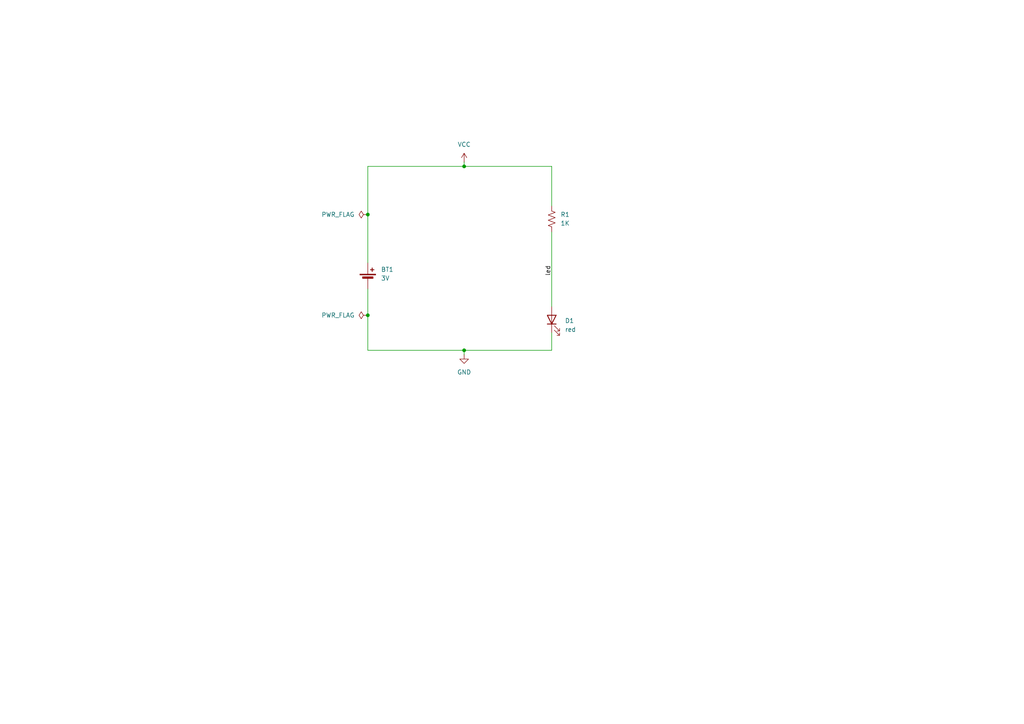
<source format=kicad_sch>
(kicad_sch
	(version 20231120)
	(generator "eeschema")
	(generator_version "8.0")
	(uuid "79fea610-35cf-4c04-8af8-948f9b02c242")
	(paper "A4")
	(title_block
		(title "First schematic in KiCad 8.0")
		(date "2024-10-15")
		(rev "0")
	)
	(lib_symbols
		(symbol "Device:Battery_Cell"
			(pin_numbers hide)
			(pin_names
				(offset 0) hide)
			(exclude_from_sim no)
			(in_bom yes)
			(on_board yes)
			(property "Reference" "BT"
				(at 2.54 2.54 0)
				(effects
					(font
						(size 1.27 1.27)
					)
					(justify left)
				)
			)
			(property "Value" "Battery_Cell"
				(at 2.54 0 0)
				(effects
					(font
						(size 1.27 1.27)
					)
					(justify left)
				)
			)
			(property "Footprint" ""
				(at 0 1.524 90)
				(effects
					(font
						(size 1.27 1.27)
					)
					(hide yes)
				)
			)
			(property "Datasheet" "~"
				(at 0 1.524 90)
				(effects
					(font
						(size 1.27 1.27)
					)
					(hide yes)
				)
			)
			(property "Description" "Single-cell battery"
				(at 0 0 0)
				(effects
					(font
						(size 1.27 1.27)
					)
					(hide yes)
				)
			)
			(property "ki_keywords" "battery cell"
				(at 0 0 0)
				(effects
					(font
						(size 1.27 1.27)
					)
					(hide yes)
				)
			)
			(symbol "Battery_Cell_0_1"
				(rectangle
					(start -2.286 1.778)
					(end 2.286 1.524)
					(stroke
						(width 0)
						(type default)
					)
					(fill
						(type outline)
					)
				)
				(rectangle
					(start -1.524 1.016)
					(end 1.524 0.508)
					(stroke
						(width 0)
						(type default)
					)
					(fill
						(type outline)
					)
				)
				(polyline
					(pts
						(xy 0 0.762) (xy 0 0)
					)
					(stroke
						(width 0)
						(type default)
					)
					(fill
						(type none)
					)
				)
				(polyline
					(pts
						(xy 0 1.778) (xy 0 2.54)
					)
					(stroke
						(width 0)
						(type default)
					)
					(fill
						(type none)
					)
				)
				(polyline
					(pts
						(xy 0.762 3.048) (xy 1.778 3.048)
					)
					(stroke
						(width 0.254)
						(type default)
					)
					(fill
						(type none)
					)
				)
				(polyline
					(pts
						(xy 1.27 3.556) (xy 1.27 2.54)
					)
					(stroke
						(width 0.254)
						(type default)
					)
					(fill
						(type none)
					)
				)
			)
			(symbol "Battery_Cell_1_1"
				(pin passive line
					(at 0 5.08 270)
					(length 2.54)
					(name "+"
						(effects
							(font
								(size 1.27 1.27)
							)
						)
					)
					(number "1"
						(effects
							(font
								(size 1.27 1.27)
							)
						)
					)
				)
				(pin passive line
					(at 0 -2.54 90)
					(length 2.54)
					(name "-"
						(effects
							(font
								(size 1.27 1.27)
							)
						)
					)
					(number "2"
						(effects
							(font
								(size 1.27 1.27)
							)
						)
					)
				)
			)
		)
		(symbol "Device:LED"
			(pin_numbers hide)
			(pin_names
				(offset 1.016) hide)
			(exclude_from_sim no)
			(in_bom yes)
			(on_board yes)
			(property "Reference" "D"
				(at 0 2.54 0)
				(effects
					(font
						(size 1.27 1.27)
					)
				)
			)
			(property "Value" "LED"
				(at 0 -2.54 0)
				(effects
					(font
						(size 1.27 1.27)
					)
				)
			)
			(property "Footprint" ""
				(at 0 0 0)
				(effects
					(font
						(size 1.27 1.27)
					)
					(hide yes)
				)
			)
			(property "Datasheet" "~"
				(at 0 0 0)
				(effects
					(font
						(size 1.27 1.27)
					)
					(hide yes)
				)
			)
			(property "Description" "Light emitting diode"
				(at 0 0 0)
				(effects
					(font
						(size 1.27 1.27)
					)
					(hide yes)
				)
			)
			(property "ki_keywords" "LED diode"
				(at 0 0 0)
				(effects
					(font
						(size 1.27 1.27)
					)
					(hide yes)
				)
			)
			(property "ki_fp_filters" "LED* LED_SMD:* LED_THT:*"
				(at 0 0 0)
				(effects
					(font
						(size 1.27 1.27)
					)
					(hide yes)
				)
			)
			(symbol "LED_0_1"
				(polyline
					(pts
						(xy -1.27 -1.27) (xy -1.27 1.27)
					)
					(stroke
						(width 0.254)
						(type default)
					)
					(fill
						(type none)
					)
				)
				(polyline
					(pts
						(xy -1.27 0) (xy 1.27 0)
					)
					(stroke
						(width 0)
						(type default)
					)
					(fill
						(type none)
					)
				)
				(polyline
					(pts
						(xy 1.27 -1.27) (xy 1.27 1.27) (xy -1.27 0) (xy 1.27 -1.27)
					)
					(stroke
						(width 0.254)
						(type default)
					)
					(fill
						(type none)
					)
				)
				(polyline
					(pts
						(xy -3.048 -0.762) (xy -4.572 -2.286) (xy -3.81 -2.286) (xy -4.572 -2.286) (xy -4.572 -1.524)
					)
					(stroke
						(width 0)
						(type default)
					)
					(fill
						(type none)
					)
				)
				(polyline
					(pts
						(xy -1.778 -0.762) (xy -3.302 -2.286) (xy -2.54 -2.286) (xy -3.302 -2.286) (xy -3.302 -1.524)
					)
					(stroke
						(width 0)
						(type default)
					)
					(fill
						(type none)
					)
				)
			)
			(symbol "LED_1_1"
				(pin passive line
					(at -3.81 0 0)
					(length 2.54)
					(name "K"
						(effects
							(font
								(size 1.27 1.27)
							)
						)
					)
					(number "1"
						(effects
							(font
								(size 1.27 1.27)
							)
						)
					)
				)
				(pin passive line
					(at 3.81 0 180)
					(length 2.54)
					(name "A"
						(effects
							(font
								(size 1.27 1.27)
							)
						)
					)
					(number "2"
						(effects
							(font
								(size 1.27 1.27)
							)
						)
					)
				)
			)
		)
		(symbol "Device:R_US"
			(pin_numbers hide)
			(pin_names
				(offset 0)
			)
			(exclude_from_sim no)
			(in_bom yes)
			(on_board yes)
			(property "Reference" "R"
				(at 2.54 0 90)
				(effects
					(font
						(size 1.27 1.27)
					)
				)
			)
			(property "Value" "R_US"
				(at -2.54 0 90)
				(effects
					(font
						(size 1.27 1.27)
					)
				)
			)
			(property "Footprint" ""
				(at 1.016 -0.254 90)
				(effects
					(font
						(size 1.27 1.27)
					)
					(hide yes)
				)
			)
			(property "Datasheet" "~"
				(at 0 0 0)
				(effects
					(font
						(size 1.27 1.27)
					)
					(hide yes)
				)
			)
			(property "Description" "Resistor, US symbol"
				(at 0 0 0)
				(effects
					(font
						(size 1.27 1.27)
					)
					(hide yes)
				)
			)
			(property "ki_keywords" "R res resistor"
				(at 0 0 0)
				(effects
					(font
						(size 1.27 1.27)
					)
					(hide yes)
				)
			)
			(property "ki_fp_filters" "R_*"
				(at 0 0 0)
				(effects
					(font
						(size 1.27 1.27)
					)
					(hide yes)
				)
			)
			(symbol "R_US_0_1"
				(polyline
					(pts
						(xy 0 -2.286) (xy 0 -2.54)
					)
					(stroke
						(width 0)
						(type default)
					)
					(fill
						(type none)
					)
				)
				(polyline
					(pts
						(xy 0 2.286) (xy 0 2.54)
					)
					(stroke
						(width 0)
						(type default)
					)
					(fill
						(type none)
					)
				)
				(polyline
					(pts
						(xy 0 -0.762) (xy 1.016 -1.143) (xy 0 -1.524) (xy -1.016 -1.905) (xy 0 -2.286)
					)
					(stroke
						(width 0)
						(type default)
					)
					(fill
						(type none)
					)
				)
				(polyline
					(pts
						(xy 0 0.762) (xy 1.016 0.381) (xy 0 0) (xy -1.016 -0.381) (xy 0 -0.762)
					)
					(stroke
						(width 0)
						(type default)
					)
					(fill
						(type none)
					)
				)
				(polyline
					(pts
						(xy 0 2.286) (xy 1.016 1.905) (xy 0 1.524) (xy -1.016 1.143) (xy 0 0.762)
					)
					(stroke
						(width 0)
						(type default)
					)
					(fill
						(type none)
					)
				)
			)
			(symbol "R_US_1_1"
				(pin passive line
					(at 0 3.81 270)
					(length 1.27)
					(name "~"
						(effects
							(font
								(size 1.27 1.27)
							)
						)
					)
					(number "1"
						(effects
							(font
								(size 1.27 1.27)
							)
						)
					)
				)
				(pin passive line
					(at 0 -3.81 90)
					(length 1.27)
					(name "~"
						(effects
							(font
								(size 1.27 1.27)
							)
						)
					)
					(number "2"
						(effects
							(font
								(size 1.27 1.27)
							)
						)
					)
				)
			)
		)
		(symbol "power:GND"
			(power)
			(pin_numbers hide)
			(pin_names
				(offset 0) hide)
			(exclude_from_sim no)
			(in_bom yes)
			(on_board yes)
			(property "Reference" "#PWR"
				(at 0 -6.35 0)
				(effects
					(font
						(size 1.27 1.27)
					)
					(hide yes)
				)
			)
			(property "Value" "GND"
				(at 0 -3.81 0)
				(effects
					(font
						(size 1.27 1.27)
					)
				)
			)
			(property "Footprint" ""
				(at 0 0 0)
				(effects
					(font
						(size 1.27 1.27)
					)
					(hide yes)
				)
			)
			(property "Datasheet" ""
				(at 0 0 0)
				(effects
					(font
						(size 1.27 1.27)
					)
					(hide yes)
				)
			)
			(property "Description" "Power symbol creates a global label with name \"GND\" , ground"
				(at 0 0 0)
				(effects
					(font
						(size 1.27 1.27)
					)
					(hide yes)
				)
			)
			(property "ki_keywords" "global power"
				(at 0 0 0)
				(effects
					(font
						(size 1.27 1.27)
					)
					(hide yes)
				)
			)
			(symbol "GND_0_1"
				(polyline
					(pts
						(xy 0 0) (xy 0 -1.27) (xy 1.27 -1.27) (xy 0 -2.54) (xy -1.27 -1.27) (xy 0 -1.27)
					)
					(stroke
						(width 0)
						(type default)
					)
					(fill
						(type none)
					)
				)
			)
			(symbol "GND_1_1"
				(pin power_in line
					(at 0 0 270)
					(length 0)
					(name "~"
						(effects
							(font
								(size 1.27 1.27)
							)
						)
					)
					(number "1"
						(effects
							(font
								(size 1.27 1.27)
							)
						)
					)
				)
			)
		)
		(symbol "power:PWR_FLAG"
			(power)
			(pin_numbers hide)
			(pin_names
				(offset 0) hide)
			(exclude_from_sim no)
			(in_bom yes)
			(on_board yes)
			(property "Reference" "#FLG"
				(at 0 1.905 0)
				(effects
					(font
						(size 1.27 1.27)
					)
					(hide yes)
				)
			)
			(property "Value" "PWR_FLAG"
				(at 0 3.81 0)
				(effects
					(font
						(size 1.27 1.27)
					)
				)
			)
			(property "Footprint" ""
				(at 0 0 0)
				(effects
					(font
						(size 1.27 1.27)
					)
					(hide yes)
				)
			)
			(property "Datasheet" "~"
				(at 0 0 0)
				(effects
					(font
						(size 1.27 1.27)
					)
					(hide yes)
				)
			)
			(property "Description" "Special symbol for telling ERC where power comes from"
				(at 0 0 0)
				(effects
					(font
						(size 1.27 1.27)
					)
					(hide yes)
				)
			)
			(property "ki_keywords" "flag power"
				(at 0 0 0)
				(effects
					(font
						(size 1.27 1.27)
					)
					(hide yes)
				)
			)
			(symbol "PWR_FLAG_0_0"
				(pin power_out line
					(at 0 0 90)
					(length 0)
					(name "~"
						(effects
							(font
								(size 1.27 1.27)
							)
						)
					)
					(number "1"
						(effects
							(font
								(size 1.27 1.27)
							)
						)
					)
				)
			)
			(symbol "PWR_FLAG_0_1"
				(polyline
					(pts
						(xy 0 0) (xy 0 1.27) (xy -1.016 1.905) (xy 0 2.54) (xy 1.016 1.905) (xy 0 1.27)
					)
					(stroke
						(width 0)
						(type default)
					)
					(fill
						(type none)
					)
				)
			)
		)
		(symbol "power:VCC"
			(power)
			(pin_numbers hide)
			(pin_names
				(offset 0) hide)
			(exclude_from_sim no)
			(in_bom yes)
			(on_board yes)
			(property "Reference" "#PWR"
				(at 0 -3.81 0)
				(effects
					(font
						(size 1.27 1.27)
					)
					(hide yes)
				)
			)
			(property "Value" "VCC"
				(at 0 3.556 0)
				(effects
					(font
						(size 1.27 1.27)
					)
				)
			)
			(property "Footprint" ""
				(at 0 0 0)
				(effects
					(font
						(size 1.27 1.27)
					)
					(hide yes)
				)
			)
			(property "Datasheet" ""
				(at 0 0 0)
				(effects
					(font
						(size 1.27 1.27)
					)
					(hide yes)
				)
			)
			(property "Description" "Power symbol creates a global label with name \"VCC\""
				(at 0 0 0)
				(effects
					(font
						(size 1.27 1.27)
					)
					(hide yes)
				)
			)
			(property "ki_keywords" "global power"
				(at 0 0 0)
				(effects
					(font
						(size 1.27 1.27)
					)
					(hide yes)
				)
			)
			(symbol "VCC_0_1"
				(polyline
					(pts
						(xy -0.762 1.27) (xy 0 2.54)
					)
					(stroke
						(width 0)
						(type default)
					)
					(fill
						(type none)
					)
				)
				(polyline
					(pts
						(xy 0 0) (xy 0 2.54)
					)
					(stroke
						(width 0)
						(type default)
					)
					(fill
						(type none)
					)
				)
				(polyline
					(pts
						(xy 0 2.54) (xy 0.762 1.27)
					)
					(stroke
						(width 0)
						(type default)
					)
					(fill
						(type none)
					)
				)
			)
			(symbol "VCC_1_1"
				(pin power_in line
					(at 0 0 90)
					(length 0)
					(name "~"
						(effects
							(font
								(size 1.27 1.27)
							)
						)
					)
					(number "1"
						(effects
							(font
								(size 1.27 1.27)
							)
						)
					)
				)
			)
		)
	)
	(junction
		(at 134.62 48.26)
		(diameter 0)
		(color 0 0 0 0)
		(uuid "16f0ee9e-2f2c-4f32-9b36-b98c9786f16f")
	)
	(junction
		(at 106.68 91.44)
		(diameter 0)
		(color 0 0 0 0)
		(uuid "aa7d48c6-c910-4460-8814-67b30b8a2818")
	)
	(junction
		(at 106.68 62.23)
		(diameter 0)
		(color 0 0 0 0)
		(uuid "e64faa81-ead0-4fab-b2f8-942c36845dc0")
	)
	(junction
		(at 134.62 101.6)
		(diameter 0)
		(color 0 0 0 0)
		(uuid "e688a2c6-2ba7-413b-b7ec-214b880c682c")
	)
	(wire
		(pts
			(xy 160.02 96.52) (xy 160.02 101.6)
		)
		(stroke
			(width 0)
			(type default)
		)
		(uuid "1c81c582-663d-4f08-8df7-990c2b5475af")
	)
	(wire
		(pts
			(xy 106.68 62.23) (xy 106.68 48.26)
		)
		(stroke
			(width 0)
			(type default)
		)
		(uuid "6a5273b9-e59e-4cc6-95cd-f0277de383bc")
	)
	(wire
		(pts
			(xy 134.62 101.6) (xy 106.68 101.6)
		)
		(stroke
			(width 0)
			(type default)
		)
		(uuid "77c8cfd4-f82a-4d9f-8919-9b8c0cabebd2")
	)
	(wire
		(pts
			(xy 106.68 91.44) (xy 106.68 83.82)
		)
		(stroke
			(width 0)
			(type default)
		)
		(uuid "83080a08-388f-4fdf-a0d7-8b801401b606")
	)
	(wire
		(pts
			(xy 160.02 101.6) (xy 134.62 101.6)
		)
		(stroke
			(width 0)
			(type default)
		)
		(uuid "98ccb7a5-7108-4278-a3f4-3a1ab39a8020")
	)
	(wire
		(pts
			(xy 106.68 48.26) (xy 134.62 48.26)
		)
		(stroke
			(width 0)
			(type default)
		)
		(uuid "9efefdf6-fed9-4b71-b2f5-09413107a013")
	)
	(wire
		(pts
			(xy 106.68 101.6) (xy 106.68 91.44)
		)
		(stroke
			(width 0)
			(type default)
		)
		(uuid "a68a8ae3-56ff-436d-9753-b07e0a315c46")
	)
	(wire
		(pts
			(xy 106.68 76.2) (xy 106.68 62.23)
		)
		(stroke
			(width 0)
			(type default)
		)
		(uuid "c265f7ec-054a-4e83-b025-625fa598e784")
	)
	(wire
		(pts
			(xy 134.62 48.26) (xy 134.62 46.99)
		)
		(stroke
			(width 0)
			(type default)
		)
		(uuid "c3c3b6d4-c124-4c72-888d-13b19676548d")
	)
	(wire
		(pts
			(xy 134.62 101.6) (xy 134.62 102.87)
		)
		(stroke
			(width 0)
			(type default)
		)
		(uuid "d2f6c25c-03d5-4cb1-91f7-880a63f08c66")
	)
	(wire
		(pts
			(xy 160.02 67.31) (xy 160.02 88.9)
		)
		(stroke
			(width 0)
			(type default)
		)
		(uuid "dda5260a-601e-4130-811c-fe6583ba8da8")
	)
	(wire
		(pts
			(xy 134.62 48.26) (xy 160.02 48.26)
		)
		(stroke
			(width 0)
			(type default)
		)
		(uuid "e756114b-7b48-4a43-b800-a2438bf40aca")
	)
	(wire
		(pts
			(xy 160.02 48.26) (xy 160.02 59.69)
		)
		(stroke
			(width 0)
			(type default)
		)
		(uuid "edc1399d-a432-47c9-86cc-7bb554e7df08")
	)
	(label "led"
		(at 160.02 80.01 90)
		(fields_autoplaced yes)
		(effects
			(font
				(size 1.27 1.27)
			)
			(justify left bottom)
		)
		(uuid "416dd75f-0542-4c79-8eaa-1b06c3e4a898")
	)
	(symbol
		(lib_id "power:PWR_FLAG")
		(at 106.68 91.44 90)
		(unit 1)
		(exclude_from_sim no)
		(in_bom yes)
		(on_board yes)
		(dnp no)
		(fields_autoplaced yes)
		(uuid "1b932e40-017d-43c1-a3f8-309713daa25c")
		(property "Reference" "#FLG02"
			(at 104.775 91.44 0)
			(effects
				(font
					(size 1.27 1.27)
				)
				(hide yes)
			)
		)
		(property "Value" "PWR_FLAG"
			(at 102.87 91.4399 90)
			(effects
				(font
					(size 1.27 1.27)
				)
				(justify left)
			)
		)
		(property "Footprint" ""
			(at 106.68 91.44 0)
			(effects
				(font
					(size 1.27 1.27)
				)
				(hide yes)
			)
		)
		(property "Datasheet" "~"
			(at 106.68 91.44 0)
			(effects
				(font
					(size 1.27 1.27)
				)
				(hide yes)
			)
		)
		(property "Description" "Special symbol for telling ERC where power comes from"
			(at 106.68 91.44 0)
			(effects
				(font
					(size 1.27 1.27)
				)
				(hide yes)
			)
		)
		(pin "1"
			(uuid "4d456d56-86bc-43d2-beeb-c2197e8eb2ae")
		)
		(instances
			(project "kicad-tutorial"
				(path "/79fea610-35cf-4c04-8af8-948f9b02c242"
					(reference "#FLG02")
					(unit 1)
				)
			)
		)
	)
	(symbol
		(lib_id "Device:Battery_Cell")
		(at 106.68 81.28 0)
		(unit 1)
		(exclude_from_sim no)
		(in_bom yes)
		(on_board yes)
		(dnp no)
		(fields_autoplaced yes)
		(uuid "71ad89b9-f10e-4b4a-8b32-b989384c2de3")
		(property "Reference" "BT1"
			(at 110.49 78.1684 0)
			(effects
				(font
					(size 1.27 1.27)
				)
				(justify left)
			)
		)
		(property "Value" "3V"
			(at 110.49 80.7084 0)
			(effects
				(font
					(size 1.27 1.27)
				)
				(justify left)
			)
		)
		(property "Footprint" "Battery:BatteryHolder_Keystone_1058_1x2032"
			(at 106.68 79.756 90)
			(effects
				(font
					(size 1.27 1.27)
				)
				(hide yes)
			)
		)
		(property "Datasheet" "~"
			(at 106.68 79.756 90)
			(effects
				(font
					(size 1.27 1.27)
				)
				(hide yes)
			)
		)
		(property "Description" "Single-cell battery"
			(at 106.68 81.28 0)
			(effects
				(font
					(size 1.27 1.27)
				)
				(hide yes)
			)
		)
		(pin "1"
			(uuid "8b614e38-7506-40bd-8848-7704262cb874")
		)
		(pin "2"
			(uuid "b0078752-1200-41a7-8ee3-0539b979427c")
		)
		(instances
			(project ""
				(path "/79fea610-35cf-4c04-8af8-948f9b02c242"
					(reference "BT1")
					(unit 1)
				)
			)
		)
	)
	(symbol
		(lib_id "Device:R_US")
		(at 160.02 63.5 0)
		(unit 1)
		(exclude_from_sim no)
		(in_bom yes)
		(on_board yes)
		(dnp no)
		(fields_autoplaced yes)
		(uuid "7a1c5316-746f-431b-8167-66c00133e35d")
		(property "Reference" "R1"
			(at 162.56 62.2299 0)
			(effects
				(font
					(size 1.27 1.27)
				)
				(justify left)
			)
		)
		(property "Value" "1K"
			(at 162.56 64.7699 0)
			(effects
				(font
					(size 1.27 1.27)
				)
				(justify left)
			)
		)
		(property "Footprint" "Resistor_THT:R_Axial_DIN0309_L9.0mm_D3.2mm_P12.70mm_Horizontal"
			(at 161.036 63.754 90)
			(effects
				(font
					(size 1.27 1.27)
				)
				(hide yes)
			)
		)
		(property "Datasheet" "~"
			(at 160.02 63.5 0)
			(effects
				(font
					(size 1.27 1.27)
				)
				(hide yes)
			)
		)
		(property "Description" "Resistor, US symbol"
			(at 160.02 63.5 0)
			(effects
				(font
					(size 1.27 1.27)
				)
				(hide yes)
			)
		)
		(pin "2"
			(uuid "19967e07-38dc-483d-a196-82a855fca220")
		)
		(pin "1"
			(uuid "1601ff9d-f692-4593-8f48-7b811a3bfff7")
		)
		(instances
			(project ""
				(path "/79fea610-35cf-4c04-8af8-948f9b02c242"
					(reference "R1")
					(unit 1)
				)
			)
		)
	)
	(symbol
		(lib_id "power:PWR_FLAG")
		(at 106.68 62.23 90)
		(unit 1)
		(exclude_from_sim no)
		(in_bom yes)
		(on_board yes)
		(dnp no)
		(fields_autoplaced yes)
		(uuid "8f4e7a11-6822-415e-a214-4add52e88186")
		(property "Reference" "#FLG01"
			(at 104.775 62.23 0)
			(effects
				(font
					(size 1.27 1.27)
				)
				(hide yes)
			)
		)
		(property "Value" "PWR_FLAG"
			(at 102.87 62.2299 90)
			(effects
				(font
					(size 1.27 1.27)
				)
				(justify left)
			)
		)
		(property "Footprint" ""
			(at 106.68 62.23 0)
			(effects
				(font
					(size 1.27 1.27)
				)
				(hide yes)
			)
		)
		(property "Datasheet" "~"
			(at 106.68 62.23 0)
			(effects
				(font
					(size 1.27 1.27)
				)
				(hide yes)
			)
		)
		(property "Description" "Special symbol for telling ERC where power comes from"
			(at 106.68 62.23 0)
			(effects
				(font
					(size 1.27 1.27)
				)
				(hide yes)
			)
		)
		(pin "1"
			(uuid "7d8ea8da-c438-40eb-a02a-cf861e4eb694")
		)
		(instances
			(project ""
				(path "/79fea610-35cf-4c04-8af8-948f9b02c242"
					(reference "#FLG01")
					(unit 1)
				)
			)
		)
	)
	(symbol
		(lib_id "Device:LED")
		(at 160.02 92.71 90)
		(unit 1)
		(exclude_from_sim no)
		(in_bom yes)
		(on_board yes)
		(dnp no)
		(fields_autoplaced yes)
		(uuid "ac6189c3-5efe-466c-9d64-65decd333070")
		(property "Reference" "D1"
			(at 163.83 93.0274 90)
			(effects
				(font
					(size 1.27 1.27)
				)
				(justify right)
			)
		)
		(property "Value" "red"
			(at 163.83 95.5674 90)
			(effects
				(font
					(size 1.27 1.27)
				)
				(justify right)
			)
		)
		(property "Footprint" "LED_THT:LED_D5.0mm"
			(at 160.02 92.71 0)
			(effects
				(font
					(size 1.27 1.27)
				)
				(hide yes)
			)
		)
		(property "Datasheet" "~"
			(at 160.02 92.71 0)
			(effects
				(font
					(size 1.27 1.27)
				)
				(hide yes)
			)
		)
		(property "Description" "Light emitting diode"
			(at 160.02 92.71 0)
			(effects
				(font
					(size 1.27 1.27)
				)
				(hide yes)
			)
		)
		(pin "1"
			(uuid "85bf87e8-738c-4781-9f37-c07dedea90cf")
		)
		(pin "2"
			(uuid "754153f5-442b-475c-817b-3e0d899f3a22")
		)
		(instances
			(project ""
				(path "/79fea610-35cf-4c04-8af8-948f9b02c242"
					(reference "D1")
					(unit 1)
				)
			)
		)
	)
	(symbol
		(lib_id "power:VCC")
		(at 134.62 46.99 0)
		(unit 1)
		(exclude_from_sim no)
		(in_bom yes)
		(on_board yes)
		(dnp no)
		(fields_autoplaced yes)
		(uuid "c27f17ac-2fa2-4fd0-a2a2-7ac67d0a8899")
		(property "Reference" "#PWR01"
			(at 134.62 50.8 0)
			(effects
				(font
					(size 1.27 1.27)
				)
				(hide yes)
			)
		)
		(property "Value" "VCC"
			(at 134.62 41.91 0)
			(effects
				(font
					(size 1.27 1.27)
				)
			)
		)
		(property "Footprint" ""
			(at 134.62 46.99 0)
			(effects
				(font
					(size 1.27 1.27)
				)
				(hide yes)
			)
		)
		(property "Datasheet" ""
			(at 134.62 46.99 0)
			(effects
				(font
					(size 1.27 1.27)
				)
				(hide yes)
			)
		)
		(property "Description" "Power symbol creates a global label with name \"VCC\""
			(at 134.62 46.99 0)
			(effects
				(font
					(size 1.27 1.27)
				)
				(hide yes)
			)
		)
		(pin "1"
			(uuid "b85d9172-4b72-41d3-af3e-e4ec6c999a9c")
		)
		(instances
			(project ""
				(path "/79fea610-35cf-4c04-8af8-948f9b02c242"
					(reference "#PWR01")
					(unit 1)
				)
			)
		)
	)
	(symbol
		(lib_id "power:GND")
		(at 134.62 102.87 0)
		(unit 1)
		(exclude_from_sim no)
		(in_bom yes)
		(on_board yes)
		(dnp no)
		(fields_autoplaced yes)
		(uuid "fe592a37-0427-4b28-90e0-f4595d5d7c6e")
		(property "Reference" "#PWR02"
			(at 134.62 109.22 0)
			(effects
				(font
					(size 1.27 1.27)
				)
				(hide yes)
			)
		)
		(property "Value" "GND"
			(at 134.62 107.95 0)
			(effects
				(font
					(size 1.27 1.27)
				)
			)
		)
		(property "Footprint" ""
			(at 134.62 102.87 0)
			(effects
				(font
					(size 1.27 1.27)
				)
				(hide yes)
			)
		)
		(property "Datasheet" ""
			(at 134.62 102.87 0)
			(effects
				(font
					(size 1.27 1.27)
				)
				(hide yes)
			)
		)
		(property "Description" "Power symbol creates a global label with name \"GND\" , ground"
			(at 134.62 102.87 0)
			(effects
				(font
					(size 1.27 1.27)
				)
				(hide yes)
			)
		)
		(pin "1"
			(uuid "64e9a306-73cc-4ef7-92c2-297145b82f90")
		)
		(instances
			(project ""
				(path "/79fea610-35cf-4c04-8af8-948f9b02c242"
					(reference "#PWR02")
					(unit 1)
				)
			)
		)
	)
	(sheet_instances
		(path "/"
			(page "1")
		)
	)
)

</source>
